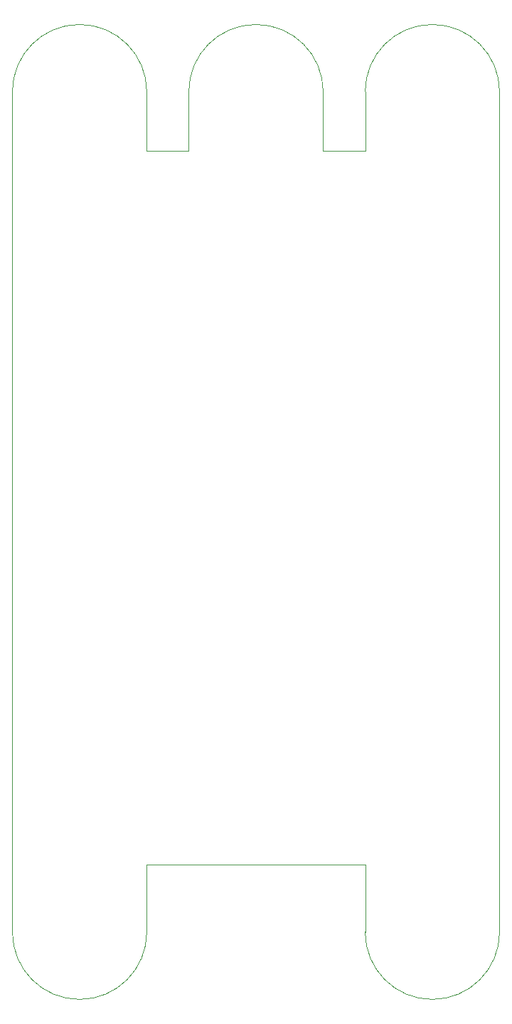
<source format=gbr>
%TF.GenerationSoftware,KiCad,Pcbnew,9.0.3*%
%TF.CreationDate,2025-08-23T20:27:24-03:00*%
%TF.ProjectId,Torq150A,546f7271-3135-4304-912e-6b696361645f,rev?*%
%TF.SameCoordinates,Original*%
%TF.FileFunction,Profile,NP*%
%FSLAX46Y46*%
G04 Gerber Fmt 4.6, Leading zero omitted, Abs format (unit mm)*
G04 Created by KiCad (PCBNEW 9.0.3) date 2025-08-23 20:27:24*
%MOMM*%
%LPD*%
G01*
G04 APERTURE LIST*
%TA.AperFunction,Profile*%
%ADD10C,0.050000*%
%TD*%
G04 APERTURE END LIST*
D10*
X149000000Y-29250000D02*
X149000000Y-36250000D01*
X191000000Y-29250000D02*
X191000000Y-36250000D01*
X149000000Y-36250000D02*
X149000000Y-129250000D01*
X191000000Y-36250000D02*
X186000000Y-36250000D01*
X149000000Y-29250000D02*
G75*
G02*
X165000000Y-29250000I8000000J0D01*
G01*
X207000000Y-129250000D02*
G75*
G02*
X191000000Y-129250000I-8000000J0D01*
G01*
X165000000Y-36250000D02*
X170000000Y-36250000D01*
X165000000Y-121250000D02*
X165000000Y-129250000D01*
X191000000Y-129250000D02*
X191000000Y-121250000D01*
X207000000Y-36250000D02*
X207000000Y-129250000D01*
X207000000Y-29250000D02*
X207000000Y-36250000D01*
X165000000Y-121250000D02*
X191000000Y-121250000D01*
X165000000Y-129250000D02*
G75*
G02*
X149000000Y-129250000I-8000000J0D01*
G01*
X170000000Y-29250000D02*
G75*
G02*
X186000000Y-29250000I8000000J0D01*
G01*
X165000000Y-29250000D02*
X165000000Y-36250000D01*
X186000000Y-29250000D02*
X186000000Y-36250000D01*
X170000000Y-29250000D02*
X170000000Y-36250000D01*
X191000000Y-29250000D02*
G75*
G02*
X207000000Y-29250000I8000000J0D01*
G01*
M02*

</source>
